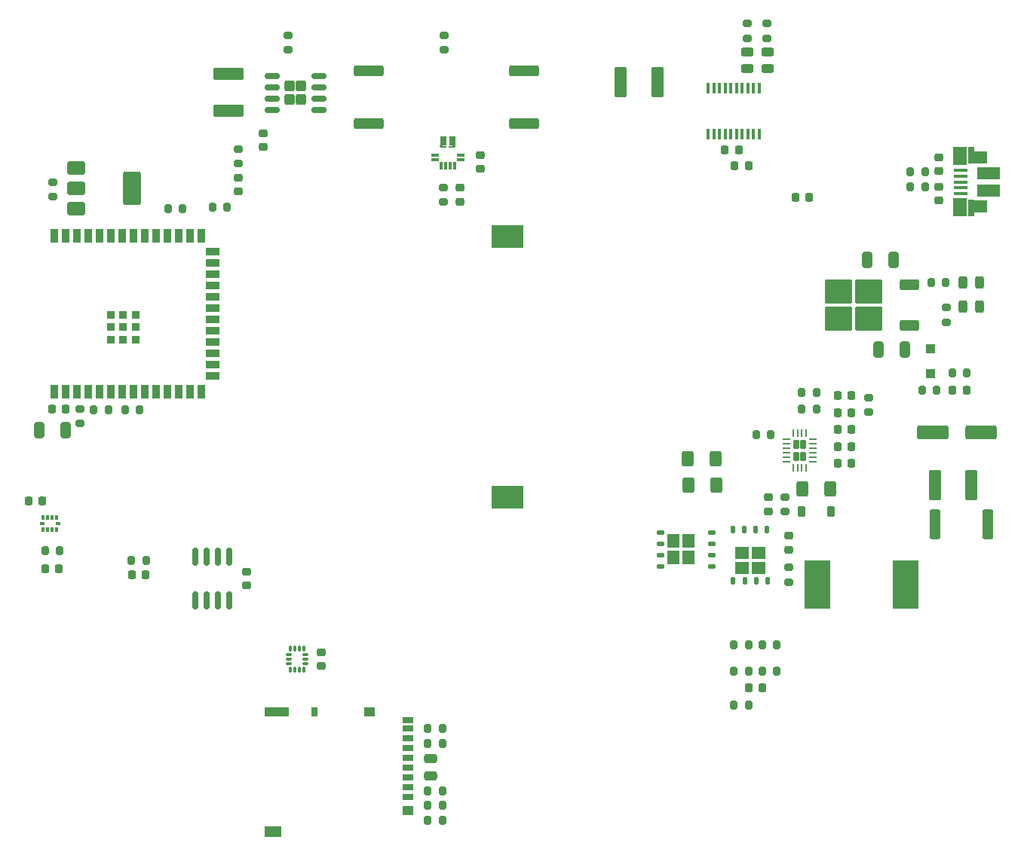
<source format=gbr>
%TF.GenerationSoftware,KiCad,Pcbnew,7.0.2-0*%
%TF.CreationDate,2023-08-15T10:21:39+08:00*%
%TF.ProjectId,H160_board,48313630-5f62-46f6-9172-642e6b696361,rev?*%
%TF.SameCoordinates,Original*%
%TF.FileFunction,Paste,Top*%
%TF.FilePolarity,Positive*%
%FSLAX46Y46*%
G04 Gerber Fmt 4.6, Leading zero omitted, Abs format (unit mm)*
G04 Created by KiCad (PCBNEW 7.0.2-0) date 2023-08-15 10:21:39*
%MOMM*%
%LPD*%
G01*
G04 APERTURE LIST*
G04 Aperture macros list*
%AMRoundRect*
0 Rectangle with rounded corners*
0 $1 Rounding radius*
0 $2 $3 $4 $5 $6 $7 $8 $9 X,Y pos of 4 corners*
0 Add a 4 corners polygon primitive as box body*
4,1,4,$2,$3,$4,$5,$6,$7,$8,$9,$2,$3,0*
0 Add four circle primitives for the rounded corners*
1,1,$1+$1,$2,$3*
1,1,$1+$1,$4,$5*
1,1,$1+$1,$6,$7*
1,1,$1+$1,$8,$9*
0 Add four rect primitives between the rounded corners*
20,1,$1+$1,$2,$3,$4,$5,0*
20,1,$1+$1,$4,$5,$6,$7,0*
20,1,$1+$1,$6,$7,$8,$9,0*
20,1,$1+$1,$8,$9,$2,$3,0*%
%AMRotRect*
0 Rectangle, with rotation*
0 The origin of the aperture is its center*
0 $1 length*
0 $2 width*
0 $3 Rotation angle, in degrees counterclockwise*
0 Add horizontal line*
21,1,$1,$2,0,0,$3*%
G04 Aperture macros list end*
%ADD10RoundRect,0.218750X0.481250X-0.581250X0.481250X0.581250X-0.481250X0.581250X-0.481250X-0.581250X0*%
%ADD11RoundRect,0.125000X0.300000X-0.125000X0.300000X0.125000X-0.300000X0.125000X-0.300000X-0.125000X0*%
%ADD12RoundRect,0.200000X0.200000X0.275000X-0.200000X0.275000X-0.200000X-0.275000X0.200000X-0.275000X0*%
%ADD13RoundRect,0.200000X-0.200000X-0.275000X0.200000X-0.275000X0.200000X0.275000X-0.200000X0.275000X0*%
%ADD14RoundRect,0.225000X0.225000X0.250000X-0.225000X0.250000X-0.225000X-0.250000X0.225000X-0.250000X0*%
%ADD15RoundRect,0.225000X-0.250000X0.225000X-0.250000X-0.225000X0.250000X-0.225000X0.250000X0.225000X0*%
%ADD16RoundRect,0.218750X0.581250X0.481250X-0.581250X0.481250X-0.581250X-0.481250X0.581250X-0.481250X0*%
%ADD17RoundRect,0.125000X0.125000X0.300000X-0.125000X0.300000X-0.125000X-0.300000X0.125000X-0.300000X0*%
%ADD18RoundRect,0.200000X0.275000X-0.200000X0.275000X0.200000X-0.275000X0.200000X-0.275000X-0.200000X0*%
%ADD19RoundRect,0.243750X0.243750X0.456250X-0.243750X0.456250X-0.243750X-0.456250X0.243750X-0.456250X0*%
%ADD20RoundRect,0.250000X0.325000X0.650000X-0.325000X0.650000X-0.325000X-0.650000X0.325000X-0.650000X0*%
%ADD21RoundRect,0.200000X-0.275000X0.200000X-0.275000X-0.200000X0.275000X-0.200000X0.275000X0.200000X0*%
%ADD22RoundRect,0.250000X-1.425000X0.362500X-1.425000X-0.362500X1.425000X-0.362500X1.425000X0.362500X0*%
%ADD23R,1.650000X0.400000*%
%ADD24R,0.700000X1.825000*%
%ADD25R,1.500000X2.000000*%
%ADD26R,2.000000X1.350000*%
%ADD27R,2.500000X1.430000*%
%ADD28R,0.900000X1.500000*%
%ADD29R,1.500000X0.900000*%
%ADD30R,0.900000X0.900000*%
%ADD31RoundRect,0.167500X0.167500X0.367500X-0.167500X0.367500X-0.167500X-0.367500X0.167500X-0.367500X0*%
%ADD32RoundRect,0.062500X0.362500X0.062500X-0.362500X0.062500X-0.362500X-0.062500X0.362500X-0.062500X0*%
%ADD33RoundRect,0.062500X0.062500X0.362500X-0.062500X0.362500X-0.062500X-0.362500X0.062500X-0.362500X0*%
%ADD34RoundRect,0.250000X0.850000X0.350000X-0.850000X0.350000X-0.850000X-0.350000X0.850000X-0.350000X0*%
%ADD35RoundRect,0.250000X1.275000X1.125000X-1.275000X1.125000X-1.275000X-1.125000X1.275000X-1.125000X0*%
%ADD36RoundRect,0.250000X-0.750000X-0.500000X0.750000X-0.500000X0.750000X0.500000X-0.750000X0.500000X0*%
%ADD37RoundRect,0.250000X-0.750000X-1.650000X0.750000X-1.650000X0.750000X1.650000X-0.750000X1.650000X0*%
%ADD38R,2.900000X5.400000*%
%ADD39RoundRect,0.250000X-0.400000X-0.625000X0.400000X-0.625000X0.400000X0.625000X-0.400000X0.625000X0*%
%ADD40RoundRect,0.250000X-0.475000X0.250000X-0.475000X-0.250000X0.475000X-0.250000X0.475000X0.250000X0*%
%ADD41RoundRect,0.150000X0.150000X-0.825000X0.150000X0.825000X-0.150000X0.825000X-0.150000X-0.825000X0*%
%ADD42RoundRect,0.225000X0.250000X-0.225000X0.250000X0.225000X-0.250000X0.225000X-0.250000X-0.225000X0*%
%ADD43RoundRect,0.250000X-0.300000X0.300000X-0.300000X-0.300000X0.300000X-0.300000X0.300000X0.300000X0*%
%ADD44R,0.400000X1.200000*%
%ADD45R,0.800000X1.070000*%
%ADD46RotRect,0.282800X0.282800X315.000000*%
%ADD47R,0.600000X0.200000*%
%ADD48R,0.850000X0.300000*%
%ADD49R,0.300000X0.850000*%
%ADD50RoundRect,0.225000X-0.225000X-0.250000X0.225000X-0.250000X0.225000X0.250000X-0.225000X0.250000X0*%
%ADD51RoundRect,0.250000X0.305000X0.375000X-0.305000X0.375000X-0.305000X-0.375000X0.305000X-0.375000X0*%
%ADD52RoundRect,0.150000X0.675000X0.150000X-0.675000X0.150000X-0.675000X-0.150000X0.675000X-0.150000X0*%
%ADD53RoundRect,0.249999X0.450001X1.450001X-0.450001X1.450001X-0.450001X-1.450001X0.450001X-1.450001X0*%
%ADD54RoundRect,0.250000X-0.362500X-1.425000X0.362500X-1.425000X0.362500X1.425000X-0.362500X1.425000X0*%
%ADD55RoundRect,0.243750X0.456250X-0.243750X0.456250X0.243750X-0.456250X0.243750X-0.456250X-0.243750X0*%
%ADD56RoundRect,0.249999X-1.450001X0.450001X-1.450001X-0.450001X1.450001X-0.450001X1.450001X0.450001X0*%
%ADD57RoundRect,0.225000X-0.225000X-0.375000X0.225000X-0.375000X0.225000X0.375000X-0.225000X0.375000X0*%
%ADD58RoundRect,0.250000X1.500000X0.550000X-1.500000X0.550000X-1.500000X-0.550000X1.500000X-0.550000X0*%
%ADD59R,3.600000X2.600000*%
%ADD60R,1.200000X0.700000*%
%ADD61R,0.800000X1.000000*%
%ADD62R,1.200000X1.000000*%
%ADD63R,2.800000X1.000000*%
%ADD64R,1.900000X1.300000*%
%ADD65R,0.300000X0.580000*%
%ADD66R,0.630000X0.350000*%
%ADD67RoundRect,0.087500X0.087500X-0.225000X0.087500X0.225000X-0.087500X0.225000X-0.087500X-0.225000X0*%
%ADD68RoundRect,0.087500X0.225000X-0.087500X0.225000X0.087500X-0.225000X0.087500X-0.225000X-0.087500X0*%
G04 APERTURE END LIST*
D10*
%TO.C,Q1*%
X121075000Y-122500000D03*
X121075000Y-120600000D03*
X119375000Y-122500000D03*
X119375000Y-120600000D03*
D11*
X117925000Y-123460000D03*
X117925000Y-122190000D03*
X117925000Y-120920000D03*
X117925000Y-119640000D03*
X123675000Y-123455000D03*
X123675000Y-122185000D03*
X123675000Y-120915000D03*
X123675000Y-119645000D03*
%TD*%
D12*
%TO.C,R35*%
X93425000Y-152000000D03*
X91775000Y-152000000D03*
%TD*%
D13*
%TO.C,R15*%
X148275000Y-91600000D03*
X149925000Y-91600000D03*
%TD*%
D14*
%TO.C,C30*%
X48475000Y-116150000D03*
X46925000Y-116150000D03*
%TD*%
D15*
%TO.C,C34*%
X95400000Y-80925000D03*
X95400000Y-82475000D03*
%TD*%
D16*
%TO.C,Q2*%
X128925000Y-121950000D03*
X127025000Y-121950000D03*
X128925000Y-123650000D03*
X127025000Y-123650000D03*
D17*
X129885000Y-125100000D03*
X128615000Y-125100000D03*
X127345000Y-125100000D03*
X126065000Y-125100000D03*
X129880000Y-119350000D03*
X128610000Y-119350000D03*
X127340000Y-119350000D03*
X126070000Y-119350000D03*
%TD*%
D18*
%TO.C,R26*%
X49700000Y-81925000D03*
X49700000Y-80275000D03*
%TD*%
D14*
%TO.C,C27*%
X51095000Y-105825000D03*
X49545000Y-105825000D03*
%TD*%
D12*
%TO.C,R33*%
X127775000Y-139025000D03*
X126125000Y-139025000D03*
%TD*%
D13*
%TO.C,R1*%
X126150000Y-135225000D03*
X127800000Y-135225000D03*
%TD*%
D19*
%TO.C,D4*%
X153737500Y-91600000D03*
X151862500Y-91600000D03*
%TD*%
D12*
%TO.C,R19*%
X147600000Y-79075000D03*
X145950000Y-79075000D03*
%TD*%
D20*
%TO.C,C17*%
X144050000Y-89000000D03*
X141100000Y-89000000D03*
%TD*%
D21*
%TO.C,R27*%
X52700000Y-105775000D03*
X52700000Y-107425000D03*
%TD*%
D22*
%TO.C,R20*%
X102600000Y-67737500D03*
X102600000Y-73662500D03*
%TD*%
D23*
%TO.C,J6*%
X151600000Y-81560000D03*
X151600000Y-80910000D03*
X151600000Y-80260000D03*
X151600000Y-79610000D03*
X151600000Y-78960000D03*
D24*
X152800000Y-83210000D03*
D25*
X151500000Y-83110000D03*
D26*
X153550000Y-82990000D03*
D27*
X154750000Y-81220000D03*
X154750000Y-79300000D03*
D26*
X153550000Y-77510000D03*
D25*
X151480000Y-77360000D03*
D24*
X152800000Y-77260000D03*
%TD*%
D28*
%TO.C,U6*%
X49840000Y-103825000D03*
X51110000Y-103825000D03*
X52380000Y-103825000D03*
X53650000Y-103825000D03*
X54920000Y-103825000D03*
X56190000Y-103825000D03*
X57460000Y-103825000D03*
X58730000Y-103825000D03*
X60000000Y-103825000D03*
X61270000Y-103825000D03*
X62540000Y-103825000D03*
X63810000Y-103825000D03*
X65080000Y-103825000D03*
X66350000Y-103825000D03*
D29*
X67600000Y-102060000D03*
X67600000Y-100790000D03*
X67600000Y-99520000D03*
X67600000Y-98250000D03*
X67600000Y-96980000D03*
X67600000Y-95710000D03*
X67600000Y-94440000D03*
X67600000Y-93170000D03*
X67600000Y-91900000D03*
X67600000Y-90630000D03*
X67600000Y-89360000D03*
X67600000Y-88090000D03*
D28*
X66350000Y-86325000D03*
X65080000Y-86325000D03*
X63810000Y-86325000D03*
X62540000Y-86325000D03*
X61270000Y-86325000D03*
X60000000Y-86325000D03*
X58730000Y-86325000D03*
X57460000Y-86325000D03*
X56190000Y-86325000D03*
X54920000Y-86325000D03*
X53650000Y-86325000D03*
X52380000Y-86325000D03*
X51110000Y-86325000D03*
X49840000Y-86325000D03*
D30*
X56160000Y-97975000D03*
X57560000Y-97975000D03*
X58960000Y-97975000D03*
X56160000Y-96575000D03*
X57560000Y-96575000D03*
X58960000Y-96575000D03*
X56160000Y-95175000D03*
X57560000Y-95175000D03*
X58960000Y-95175000D03*
%TD*%
D31*
%TO.C,U1*%
X133935000Y-111110000D03*
X133935000Y-109790000D03*
X133115000Y-111110000D03*
X133115000Y-109790000D03*
D32*
X134975000Y-111700000D03*
X134975000Y-111200000D03*
X134975000Y-110700000D03*
X134975000Y-110200000D03*
X134975000Y-109700000D03*
X134975000Y-109200000D03*
D33*
X134275000Y-108500000D03*
X133775000Y-108500000D03*
X133275000Y-108500000D03*
X132775000Y-108500000D03*
D32*
X132075000Y-109200000D03*
X132075000Y-109700000D03*
X132075000Y-110200000D03*
X132075000Y-110700000D03*
X132075000Y-111200000D03*
X132075000Y-111700000D03*
D33*
X132775000Y-112400000D03*
X133275000Y-112400000D03*
X133775000Y-112400000D03*
X134275000Y-112400000D03*
%TD*%
D34*
%TO.C,U2*%
X145875000Y-96400000D03*
D35*
X141250000Y-95645000D03*
X141250000Y-92595000D03*
X137900000Y-95645000D03*
X137900000Y-92595000D03*
D34*
X145875000Y-91840000D03*
%TD*%
D36*
%TO.C,Q6*%
X52250000Y-78700000D03*
X52250000Y-81000000D03*
D37*
X58550000Y-81000000D03*
D36*
X52250000Y-83300000D03*
%TD*%
D14*
%TO.C,C9*%
X152250000Y-103700000D03*
X150700000Y-103700000D03*
%TD*%
D38*
%TO.C,L1*%
X135550000Y-125500000D03*
X145450000Y-125500000D03*
%TD*%
D39*
%TO.C,C2*%
X121075000Y-114300000D03*
X124175000Y-114300000D03*
%TD*%
D12*
%TO.C,R12*%
X130300000Y-108700000D03*
X128650000Y-108700000D03*
%TD*%
D15*
%TO.C,C20*%
X149150000Y-80800000D03*
X149150000Y-82350000D03*
%TD*%
D13*
%TO.C,R10*%
X133750000Y-103900000D03*
X135400000Y-103900000D03*
%TD*%
D40*
%TO.C,C35*%
X92100000Y-145100000D03*
X92100000Y-147000000D03*
%TD*%
D13*
%TO.C,R3*%
X126150000Y-132275000D03*
X127800000Y-132275000D03*
%TD*%
D41*
%TO.C,U8*%
X65695000Y-127300000D03*
X66965000Y-127300000D03*
X68235000Y-127300000D03*
X69505000Y-127300000D03*
X69505000Y-122350000D03*
X68235000Y-122350000D03*
X66965000Y-122350000D03*
X65695000Y-122350000D03*
%TD*%
D42*
%TO.C,C6*%
X129975000Y-117275000D03*
X129975000Y-115725000D03*
%TD*%
D12*
%TO.C,R31*%
X50439939Y-121740018D03*
X48789939Y-121740018D03*
%TD*%
%TO.C,R7*%
X135400000Y-105800000D03*
X133750000Y-105800000D03*
%TD*%
D18*
%TO.C,R11*%
X132275000Y-125250000D03*
X132275000Y-123600000D03*
%TD*%
%TO.C,R9*%
X150000000Y-96025000D03*
X150000000Y-94375000D03*
%TD*%
D21*
%TO.C,R14*%
X141275000Y-104475000D03*
X141275000Y-106125000D03*
%TD*%
D18*
%TO.C,R24*%
X70500000Y-78225000D03*
X70500000Y-76575000D03*
%TD*%
D42*
%TO.C,C21*%
X149150000Y-79050000D03*
X149150000Y-77500000D03*
%TD*%
D20*
%TO.C,C16*%
X145350000Y-99100000D03*
X142400000Y-99100000D03*
%TD*%
D42*
%TO.C,C13*%
X132275000Y-121600000D03*
X132275000Y-120050000D03*
%TD*%
D43*
%TO.C,D3*%
X148175000Y-99000000D03*
X148175000Y-101800000D03*
%TD*%
D44*
%TO.C,U3*%
X128957500Y-69700000D03*
X128322500Y-69700000D03*
X127687500Y-69700000D03*
X127052500Y-69700000D03*
X126417500Y-69700000D03*
X125782500Y-69700000D03*
X125147500Y-69700000D03*
X124512500Y-69700000D03*
X123877500Y-69700000D03*
X123242500Y-69700000D03*
X123242500Y-74900000D03*
X123877500Y-74900000D03*
X124512500Y-74900000D03*
X125147500Y-74900000D03*
X125782500Y-74900000D03*
X126417500Y-74900000D03*
X127052500Y-74900000D03*
X127687500Y-74900000D03*
X128322500Y-74900000D03*
X128957500Y-74900000D03*
%TD*%
D45*
%TO.C,U4*%
X94500000Y-75680000D03*
D46*
X94700000Y-76215000D03*
D47*
X94400000Y-76315000D03*
D45*
X93500000Y-75680000D03*
D46*
X93300000Y-76215000D03*
D47*
X93600000Y-76315000D03*
D48*
X92550000Y-77230000D03*
X92550000Y-77730000D03*
D49*
X93250000Y-78430000D03*
X93750000Y-78430000D03*
X94250000Y-78430000D03*
X94750000Y-78430000D03*
D48*
X95450000Y-77730000D03*
X95450000Y-77230000D03*
%TD*%
D39*
%TO.C,C1*%
X120975000Y-111400000D03*
X124075000Y-111400000D03*
%TD*%
D12*
%TO.C,R37*%
X93425000Y-148700000D03*
X91775000Y-148700000D03*
%TD*%
D15*
%TO.C,C25*%
X70500000Y-79800000D03*
X70500000Y-81350000D03*
%TD*%
D50*
%TO.C,C15*%
X137800000Y-106200000D03*
X139350000Y-106200000D03*
%TD*%
D19*
%TO.C,D2*%
X153737500Y-94300000D03*
X151862500Y-94300000D03*
%TD*%
D50*
%TO.C,C7*%
X137800000Y-111900000D03*
X139350000Y-111900000D03*
%TD*%
D12*
%TO.C,R39*%
X93425000Y-141700000D03*
X91775000Y-141700000D03*
%TD*%
D13*
%TO.C,R30*%
X57775000Y-105900000D03*
X59425000Y-105900000D03*
%TD*%
D51*
%TO.C,U5*%
X77560000Y-71000000D03*
X77560000Y-69500000D03*
X76240000Y-71000000D03*
X76240000Y-69500000D03*
D52*
X79525000Y-72155000D03*
X79525000Y-70885000D03*
X79525000Y-69615000D03*
X79525000Y-68345000D03*
X74275000Y-68345000D03*
X74275000Y-69615000D03*
X74275000Y-70885000D03*
X74275000Y-72155000D03*
%TD*%
D53*
%TO.C,C22*%
X117550000Y-69000000D03*
X113450000Y-69000000D03*
%TD*%
D18*
%TO.C,R22*%
X93600000Y-65425000D03*
X93600000Y-63775000D03*
%TD*%
D50*
%TO.C,C12*%
X137800000Y-108100000D03*
X139350000Y-108100000D03*
%TD*%
D13*
%TO.C,R5*%
X129325000Y-132275000D03*
X130975000Y-132275000D03*
%TD*%
D14*
%TO.C,C31*%
X50375000Y-123700000D03*
X48825000Y-123700000D03*
%TD*%
D50*
%TO.C,C18*%
X126225000Y-78400000D03*
X127775000Y-78400000D03*
%TD*%
D15*
%TO.C,C23*%
X97700000Y-77225000D03*
X97700000Y-78775000D03*
%TD*%
D21*
%TO.C,R4*%
X131875000Y-115675000D03*
X131875000Y-117325000D03*
%TD*%
D42*
%TO.C,C29*%
X71400000Y-125600000D03*
X71400000Y-124050000D03*
%TD*%
D54*
%TO.C,R6*%
X148712500Y-118700000D03*
X154637500Y-118700000D03*
%TD*%
D55*
%TO.C,D5*%
X127600000Y-67537500D03*
X127600000Y-65662500D03*
%TD*%
D12*
%TO.C,R29*%
X55925000Y-105900000D03*
X54275000Y-105900000D03*
%TD*%
D13*
%TO.C,R32*%
X58475000Y-122800000D03*
X60125000Y-122800000D03*
%TD*%
D56*
%TO.C,C24*%
X69400000Y-68150000D03*
X69400000Y-72250000D03*
%TD*%
D12*
%TO.C,R8*%
X152300000Y-101700000D03*
X150650000Y-101700000D03*
%TD*%
D13*
%TO.C,R25*%
X67600000Y-83125000D03*
X69250000Y-83125000D03*
%TD*%
D20*
%TO.C,C26*%
X51095000Y-108125000D03*
X48145000Y-108125000D03*
%TD*%
D12*
%TO.C,R13*%
X148900000Y-103700000D03*
X147250000Y-103700000D03*
%TD*%
D50*
%TO.C,C14*%
X137800000Y-104300000D03*
X139350000Y-104300000D03*
%TD*%
D15*
%TO.C,C36*%
X73250000Y-74800000D03*
X73250000Y-76350000D03*
%TD*%
D50*
%TO.C,C32*%
X58525000Y-124400000D03*
X60075000Y-124400000D03*
%TD*%
D53*
%TO.C,C10*%
X152825000Y-114300000D03*
X148725000Y-114300000D03*
%TD*%
D57*
%TO.C,D1*%
X133725000Y-117300000D03*
X137025000Y-117300000D03*
%TD*%
D21*
%TO.C,R17*%
X129800000Y-62475000D03*
X129800000Y-64125000D03*
%TD*%
D13*
%TO.C,R2*%
X129325000Y-135225000D03*
X130975000Y-135225000D03*
%TD*%
D12*
%TO.C,R36*%
X93425000Y-150350000D03*
X91775000Y-150350000D03*
%TD*%
D58*
%TO.C,C11*%
X153875000Y-108400000D03*
X148475000Y-108400000D03*
%TD*%
D39*
%TO.C,C3*%
X133825000Y-114800000D03*
X136925000Y-114800000D03*
%TD*%
D50*
%TO.C,C19*%
X125125000Y-76700000D03*
X126675000Y-76700000D03*
%TD*%
D13*
%TO.C,R28*%
X62575000Y-83300000D03*
X64225000Y-83300000D03*
%TD*%
D12*
%TO.C,R38*%
X93425000Y-143400000D03*
X91775000Y-143400000D03*
%TD*%
D55*
%TO.C,D6*%
X129900000Y-67537500D03*
X129900000Y-65662500D03*
%TD*%
D59*
%TO.C,BT1*%
X100675000Y-115725000D03*
X100675000Y-86425000D03*
%TD*%
D60*
%TO.C,J5*%
X89500000Y-149400000D03*
X89500000Y-148300000D03*
X89500000Y-147200000D03*
X89500000Y-146100000D03*
X89500000Y-145000000D03*
X89500000Y-143900000D03*
X89500000Y-142800000D03*
X89500000Y-141700000D03*
X89500000Y-140750000D03*
D61*
X79000000Y-139800000D03*
D62*
X85200000Y-139800000D03*
D63*
X74850000Y-139800000D03*
D62*
X89500000Y-150950000D03*
D64*
X74400000Y-153300000D03*
%TD*%
D12*
%TO.C,R18*%
X147600000Y-80775000D03*
X145950000Y-80775000D03*
%TD*%
D65*
%TO.C,U9*%
X48600000Y-119300000D03*
X49100000Y-119300000D03*
X49600000Y-119300000D03*
X50100000Y-119300000D03*
D66*
X50225000Y-118645000D03*
D65*
X50100000Y-118020000D03*
X49600000Y-118020000D03*
X49100000Y-118020000D03*
X48600000Y-118020000D03*
D66*
X48500000Y-118645000D03*
%TD*%
D14*
%TO.C,FB1*%
X134575000Y-82000000D03*
X133025000Y-82000000D03*
%TD*%
D50*
%TO.C,C33*%
X127775000Y-137125000D03*
X129325000Y-137125000D03*
%TD*%
D22*
%TO.C,R21*%
X85100000Y-67737500D03*
X85100000Y-73662500D03*
%TD*%
D42*
%TO.C,C28*%
X79772500Y-134645000D03*
X79772500Y-133095000D03*
%TD*%
D21*
%TO.C,R16*%
X127600000Y-62475000D03*
X127600000Y-64125000D03*
%TD*%
D50*
%TO.C,C8*%
X137800000Y-110000000D03*
X139350000Y-110000000D03*
%TD*%
D67*
%TO.C,U7*%
X76337500Y-135062500D03*
X76837500Y-135062500D03*
X77337500Y-135062500D03*
X77837500Y-135062500D03*
D68*
X78000000Y-134400000D03*
X78000000Y-133900000D03*
X78000000Y-133400000D03*
D67*
X77837500Y-132737500D03*
X77337500Y-132737500D03*
X76837500Y-132737500D03*
X76337500Y-132737500D03*
D68*
X76175000Y-133400000D03*
X76175000Y-133900000D03*
X76175000Y-134400000D03*
%TD*%
D18*
%TO.C,R23*%
X76100000Y-65425000D03*
X76100000Y-63775000D03*
%TD*%
D21*
%TO.C,R34*%
X93500000Y-80875000D03*
X93500000Y-82525000D03*
%TD*%
M02*

</source>
